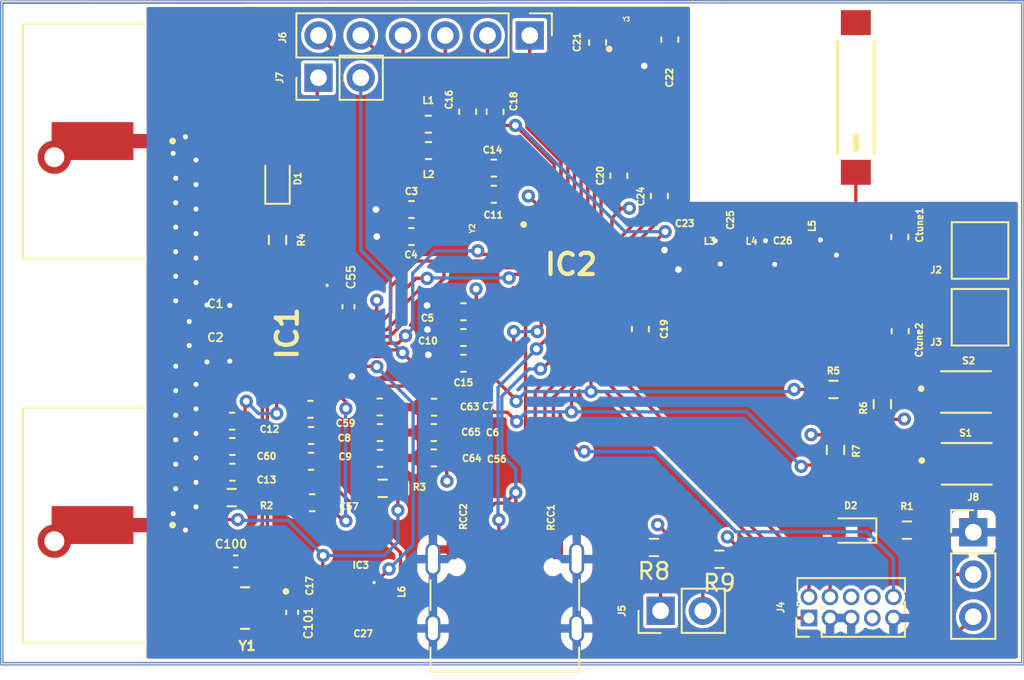
<source format=kicad_pcb>
(kicad_pcb (version 20221018) (generator pcbnew)
  (layers (0 "F.Cu" signal) (1 "In1.Cu" power) (2 "In2.Cu" power) (31 "B.Cu" signal) (34 "B.Paste" user) (35 "F.Paste" user) (36 "B.SilkS" user "B.Silkscreen") (37 "F.SilkS" user "F.Silkscreen") (38 "B.Mask" user) (39 "F.Mask" user) (44 "Edge.Cuts" user))
  (net 0 "")
  (net 1 "Net-(IC1-RF2)")
  (net 2 "Net-(C1-Pad2)")
  (net 3 "Net-(IC1-RF1)")
  (net 4 "Net-(C2-Pad2)")
  (net 5 "GND")
  (net 6 "VDD3")
  (net 7 "Net-(IC1-VDD2B)")
  (net 8 "Net-(IC1-VTX_D)")
  (net 9 "Net-(IC1-VDD2A)")
  (net 10 "XTI")
  (net 11 "XTO")
  (net 12 "IRQ")
  (net 13 "SPIPHA")
  (net 14 "GPIO0")
  (net 15 "GPIO1")
  (net 16 "SPIPOL")
  (net 17 "TXLED")
  (net 18 "EXTPA")
  (net 19 "SYNC")
  (net 20 "EXTON")
  (net 21 "WAKEUP")
  (net 22 "RESET")
  (net 23 "SPICLK")
  (net 24 "SPIMOSI")
  (net 25 "SPIMISO")
  (net 26 "SPICSN")
  (net 27 "Net-(IC2-P0.00{slash}XL1)")
  (net 28 "Net-(IC2-P0.01{slash}XL2)")
  (net 29 "VDD")
  (net 30 "VBUS")
  (net 31 "Net-(IC2-DEC1)")
  (net 32 "Net-(IC2-DECUSB)")
  (net 33 "Net-(IC2-DEC4)")
  (net 34 "Net-(IC2-DEC5)")
  (net 35 "Net-(IC2-XC2)")
  (net 36 "Net-(IC2-XC1)")
  (net 37 "Net-(IC2-ANT)")
  (net 38 "Net-(IC2-DEC3)")
  (net 39 "Net-(C25-Pad1)")
  (net 40 "Net-(IC2-P0.10{slash}NFC2)")
  (net 41 "Net-(IC2-P0.09{slash}NFC1)")
  (net 42 "D+")
  (net 43 "D-")
  (net 44 "Net-(IC2-DCC)")
  (net 45 "Net-(L1-Pad1)")
  (net 46 "Net-(J1-CC1)")
  (net 48 "Net-(J1-CC2)")
  (net 50 "Net-(AE1-Pad1)")
  (net 52 "Net-(C26-Pad2)")
  (net 53 "Net-(IC2-SWDIO)")
  (net 54 "Net-(IC2-SWDCLK)")
  (net 58 "Net-(IC2-P0.18{slash}NRESET)")
  (net 59 "SCL")
  (net 60 "SDA")
  (net 61 "Net-(IC3-LX)")
  (net 62 "Net-(D1-K)")
  (net 63 "RXLED")
  (net 64 "IO6")
  (net 65 "IO5")
  (net 66 "IO4")
  (net 67 "IO3")
  (net 68 "IO2")
  (net 69 "IO1")
  (net 70 "Net-(R5-Pad2)")
  (net 71 "Net-(D2-K)")
  (footprint "TESIS:ANTENNA_UWCCP.01" (layer "F.Cu") (at 100.4075 73.533 90)
    (fp_text reference "E1" hide)
    (fp_text value "UWCCP.01" hide)
  )
  (footprint "Capacitor_SMD:C_0603_1608Metric" (layer "F.Cu") (at 109.347 89.662)
    (fp_text reference "C59")
    (fp_text value "4.7nF" hide)
  )
  (footprint "Capacitor_SMD:C_0201_0603Metric_Pad0.64x0.40mm_HandSolder" (layer "F.Cu") (at 112.4712 102.4382)
    (fp_text reference "C27")
    (fp_text value "4.7uF" hide)
  )
  (footprint "TESIS:XC9290A07E0RG" (layer "F.Cu") (at 112.3736 100.389)
    (fp_text reference "IC3")
    (fp_text value "XC9290B16E0R-G" hide)
  )
  (footprint "TestPoint:TestPoint_Pad_3.0x3.0mm" (layer "F.Cu") (at 149.6038 84.1248)
    (fp_text reference "J3")
    (fp_text value "NFC1" hide)
  )
  (footprint "TESIS:SW_B3U-1000P" (layer "F.Cu") (at 148.766 88.6206)
    (fp_text reference "S2")
    (fp_text value "B3U-1000P" hide)
  )
  (footprint "Capacitor_SMD:C_0603_1608Metric" (layer "F.Cu") (at 113.5256 92.6084 180)
    (fp_text reference "C64")
    (fp_text value "10UF" hide)
  )
  (footprint "Connector_PinHeader_2.54mm:PinHeader_1x06_P2.54mm_Vertical" (layer "F.Cu") (at 122.5296 67.183 -90)
    (fp_text reference "J6")
    (fp_text value "Conn_01x06" hide)
  )
  (footprint "Connector_PinHeader_1.27mm:PinHeader_2x05_P1.27mm_Vertical" (layer "F.Cu") (at 139.319 102.2096 90)
    (fp_text reference "J4")
    (fp_text value "Conn_ARM_JTAG_SWD_10" hide)
  )
  (footprint "Capacitor_SMD:C_0603_1608Metric" (layer "F.Cu") (at 129.1844 84.836 -90)
    (fp_text reference "C19")
    (fp_text value "820pF" hide)
  )
  (footprint "TESIS:DW3220TR13-1" (layer "F.Cu") (at 107.95 85.09 -90)
    (fp_text reference "IC1")
    (fp_text value "DW3220TR13" hide)
  )
  (footprint "Inductor_SMD:L_0603_1608Metric" (layer "F.Cu") (at 116.4463 74.1051 180)
    (fp_text reference "L2")
    (fp_text value "10uH" hide)
  )
  (footprint "Resistor_SMD:R_0603_1608Metric_Pad0.98x0.95mm_HandSolder" (layer "F.Cu") (at 129.9972 97.9678 180)
    (fp_text reference "R8")
    (fp_text value "10K" hide)
  )
  (footprint "Capacitor_SMD:C_0201_0603Metric" (layer "F.Cu") (at 103.632 84.09 180)
    (fp_text reference "C1")
    (fp_text value "2.0pF" hide)
  )
  (footprint "TestPoint:TestPoint_Pad_3.0x3.0mm" (layer "F.Cu") (at 149.606 80.1116)
    (fp_text reference "J2")
    (fp_text value "NFC2" hide)
  )
  (footprint "TESIS:ANTENNA_UWCCP.01" (layer "F.Cu") (at 100.4075 96.6216 90)
    (fp_text reference "E2" hide)
    (fp_text value "UWCCP.01" hide)
  )
  (footprint "Capacitor_SMD:C_0603_1608Metric" (layer "F.Cu") (at 144.78 79.2988 90)
    (fp_text reference "Ctune1")
    (fp_text value "82pF" hide)
  )
  (footprint "Capacitor_SMD:C_0603_1608Metric" (layer "F.Cu") (at 109.3854 91.2368)
    (fp_text reference "C8")
    (fp_text value "100nF" hide)
  )
  (footprint "Inductor_SMD:L_0201_0603Metric" (layer "F.Cu") (at 135.8646 80.2386)
    (fp_text reference "L4")
    (fp_text value "2.2nH" hide)
  )
  (footprint "Resistor_SMD:R_0603_1608Metric_Pad0.98x0.95mm_HandSolder" (layer "F.Cu") (at 107.3658 79.4747 -90)
    (fp_text reference "R4")
    (fp_text value "1K" hide)
  )
  (footprint "Capacitor_SMD:C_0603_1608Metric" (layer "F.Cu") (at 115.4176 79.2734 180)
    (fp_text reference "C4")
    (fp_text value "12pF" hide)
  )
  (footprint "Connector_PinHeader_2.54mm:PinHeader_1x02_P2.54mm_Vertical" (layer "F.Cu") (at 109.8296 69.723 90)
    (fp_text reference "J7")
    (fp_text value "Conn_01x02" hide)
  )
  (footprint "Resistor_SMD:R_0201_0603Metric" (layer "F.Cu") (at 119.3546 96.1898 -90)
    (fp_text reference "RCC2")
    (fp_text value "5.1k" hide)
  )
  (footprint "Capacitor_SMD:C_0603_1608Metric" (layer "F.Cu") (at 116.7768 89.535)
    (fp_text reference "C7")
    (fp_text value "22UF" hide)
  )
  (footprint "Inductor_SMD:L_0201_0603Metric" (layer "F.Cu") (at 139.2682 79.883 -90)
    (fp_text reference "L5")
    (fp_text value "3.9nH" hide)
  )
  (footprint "Connector_PinHeader_2.54mm:PinHeader_1x03_P2.54mm_Vertical" (layer "F.Cu") (at 149.1996 97.0534)
    (fp_text reference "J8")
    (fp_text value "Conn_01x03" hide)
  )
  (footprint "Capacitor_SMD:C_0603_1608Metric" (layer "F.Cu") (at 120.3706 75.1586 180)
    (fp_text reference "C14")
    (fp_text value "1.0uF" hide)
  )
  (footprint "Capacitor_SMD:C_0603_1608Metric" (layer "F.Cu") (at 116.7638 91.059)
    (fp_text reference "C6")
    (fp_text value "100nF" hide)
  )
  (footprint "Capacitor_SMD:C_0603_1608Metric" (layer "F.Cu") (at 120.4468 71.768 90)
    (fp_text reference "C18")
    (fp_text value "47nF" hide)
  )
  (footprint "Capacitor_SMD:C_0402_1005Metric" (layer "F.Cu") (at 108.246 101.8642 90)
    (fp_text reference "C101")
    (fp_text value "3.3pF" hide)
  )
  (footprint "Capacitor_SMD:C_0201_0603Metric_Pad0.64x0.40mm_HandSolder" (layer "F.Cu") (at 134.5946 79.8322 90)
    (fp_text reference "C25")
    (fp_text value "1.2pF" hide)
  )
  (footprint "Capacitor_SMD:C_0603_1608Metric" (layer "F.Cu") (at 109.4486 95.2754 180)
    (fp_text reference "C57")
    (fp_text value "220nF" hide)
  )
  (footprint "Capacitor_SMD:C_0603_1608Metric" (layer "F.Cu") (at 126.6106 67.6088 90)
    (fp_text reference "C21")
    (fp_text value "12pF" hide)
  )
  (footprint "TESIS:WE-MCA_7488910245" (layer "F.Cu") (at 142.1384 70.9126 -90)
    (property "VALUE" "2400-2500 MHz")
    (fp_text reference "AE1" hide)
    (fp_text value "WE-MCA_7488910245" hide)
  )
  (footprint "Capacitor_SMD:C_0402_1005Metric" (layer "F.Cu") (at 111.633 83.4898 -90)
    (fp_text reference "C55")
    (fp_text value "100nF" hide)
  )
  (footprint "Capacitor_SMD:C_0603_1608Metric" (layer "F.Cu") (at 130.954 67.431 90)
    (fp_text reference "C22")
    (fp_text value "12pF" hide)
  )
  (footprint "Capacitor_SMD:C_0603_1608Metric" (layer "F.Cu") (at 118.5418 86.8934 180)
    (fp_text reference "C15")
    (fp_text value "4.7uF" hide)
  )
  (footprint "Resistor_SMD:R_0603_1608Metric_Pad0.98x0.95mm_HandSolder" (layer "F.Cu") (at 145.2099 96.9264)
    (fp_text reference "R1")
    (fp_text value "1K" hide)
  )
  (footprint "LED_SMD:LED_0603_1608Metric" (layer "F.Cu") (at 141.8844 96.9518 180)
    (fp_text reference "D2")
    (fp_text value "LED" hide)
  )
  (footprint "Connector_USB:USB_C_Receptacle_Palconn_UTC16-G" (layer "F.Cu") (at 121.031 100.598)
    (fp_text reference "J1" hide)
    (fp_text value "USB_C_Receptacle_USB2.0" hide)
  )
  (footprint "Resistor_SMD:R_0603_1608Metric_Pad0.98x0.95mm_HandSolder" (layer "F.Cu") (at 143.7332 89.3553 90)
    (fp_text reference "R6")
    (fp_text value "10K" hide)
  )
  (footprint "Capacitor_SMD:C_0603_1608Metric" (layer "F.Cu") (at 109.3828 92.7862)
    (fp_text reference "C9")
    (fp_text value "10UF" hide)
  )
  (footprint "Resistor_SMD:R_0201_0603Metric" (layer "F.Cu") (at 122.7582 96.1644 -90)
    (fp_text reference "RCC1")
    (fp_text value "5.1k" hide)
  )
  (footprint "Connector_PinHeader_2.54mm:PinHeader_1x02_P2.54mm_Vertical" (layer "F.Cu") (at 130.3986 101.7778 90)
    (fp_text reference "J5")
    (fp_text value "Conn_01x02" hide)
  )
  (footprint "Resistor_SMD:R_0603_1608Metric_Pad0.98x0.95mm_HandSolder" (layer "F.Cu") (at 133.9342 98.679 180)
    (fp_text reference "R9")
    (fp_text value "10K" hide)
  )
  (footprint "Capacitor_SMD:C_0603_1608Metric" (layer "F.Cu") (at 118.7958 71.768 90)
    (fp_text reference "C16")
    (fp_text value "1.0uF" hide)
  )
  (footprint "Capacitor_SMD:C_0402_1005Metric" (layer "F.Cu") (at 104.8512 98.806 180)
    (fp_text reference "C100")
    (fp_text value "3.3pF" hide)
  )
  (footprint "Capacitor_SMD:C_0603_1608Metric" (layer "F.Cu") (at 118.5418 85.344 180)
    (fp_text reference "C10")
    (fp_text value "4.7uF" hide)
  )
  (footprint "Resistor_SMD:R_0603_1608Metric_Pad0.98x0.95mm_HandSolder" (layer "F.Cu") (at 104.6096 94.9706 180)
    (fp_text reference "R2")
    (fp_text value "600" hide)
  )
  (footprint "Resistor_SMD:R_0603_1608Metric_Pad0.98x0.95mm_HandSolder" (layer "F.Cu") (at 140.9156 92.1004 -90)
    (fp_text reference "R7")
    (fp_text value "10K" hide)
  )
  (footprint "Capacitor_SMD:C_0603_1608Metric" (layer "F.Cu") (at 113.5152 89.5223 180)
    (fp_text reference "C63")
    (fp_text value "4.7nF" hide)
  )
  (footprint "Capacitor_SMD:C_0603_1608Metric" (layer "F.Cu") (at 130.3274 76.835 90)
    (fp_text reference "C24")
    (fp_text value "100pF" hide)
  )
  (footprint "Capacitor_SMD:C_0603_1608Metric" (layer "F.Cu") (at 104.648 93.4466)
    (fp_text reference "C13")
    (fp_text value "10UF" hide)
  )
  (footprint "Capacitor_SMD:C_0603_1608Metric" (layer "F.Cu") (at 115.4176 77.6478 180)
    (fp_text reference "C3")
    (fp_text value "12pF" hide)
  )
  (footprint "Capacitor_SMD:C_0603_1608Metric" (layer "F.Cu") (at 116.7638 92.583)
    (fp_text reference "C56")
    (fp_text value "2pF" hide)
  )
  (footprint "LED_SMD:LED_0603_1608Metric" (layer "F.Cu") (at 107.3658 75.819 90)
    (fp_text reference "D1")
    (fp_text value "LED" hide)
  )
  (footprint "Capacitor_SMD:C_0603_1608Metric" (layer "F.Cu") (at 104.635 90.3732)
    (fp_text reference "C12")
    (fp_text value "4.7nF" hide)
  )
  (footprint "Capacitor_SMD:C_0201_0603Metric" (layer "F.Cu") (at 103.632 86.09 180)
    (fp_text reference "C2")
    (fp_text value "2.0pF" hide)
  )
  (footprint "Capacitor_SMD:C_0603_1608Metric" (layer "F.Cu") (at 118.5418 83.7946 180)
    (fp_text reference "C5")
    (fp_text value "4.7uF" hide)
  )
  (footprint "Inductor_SMD:L_0603_1608Metric" (layer "F.Cu") (at 116.4336 72.5176)
    (fp_text reference "L1")
    (fp_text value "15nH" hide)
  )
  (footprint "Capacitor_SMD:C_0201_0603Metric_Pad0.64x0.40mm_HandSolder" (layer "F.Cu") (at 131.953 79.8322 90)
    (fp_text reference "C23")
    (fp_text value "1.0pF" hide)
  )
  (footprint "TESIS:XTAL_ECS-384-10-33B-CKY-TR3" (layer "F.Cu") (at 105.417 101.6102 180)
    (fp_text reference "Y1")
    (fp_text value "ECS-384-10-33B-CKY-TR3" hide)
  )
  (footprint "Resistor_SMD:R_0603_1608Metric_Pad0.98x0.95mm_HandSolder" (layer "F.Cu") (at 113.6904 94.4118)
    (fp_text reference "R3")
    (fp_text value "600" hide)
  )
  (footprint "TESIS:XTAL_ECS-.327-9-12R-C-TR" (layer "F.Cu") (at 117.8814 78.4352 90)
    (fp_text reference "Y2")
    (fp_text value "ECS-.327-9-12R-C-TR" hide)
  )
  (footprint "TESIS:SW_B3U-1000P" (layer "F.Cu") (at 148.8014 92.9386)
    (fp_text reference "S1")
    (fp_text value "B3U-1000P" hide)
  )
  (footprint "TESIS:XTAL_ECS-320-8-47-CKM-TR3" (layer "F.Cu") (at 128.8204 67.4564)
    (fp_text reference "Y3")
    (fp_text value "ECS-320-8-47-CKM-TR3" hide)
  )
  (footprint "Capacitor_SMD:C_0603_1608Metric" (layer "F.Cu") (at 127.889 75.6158 90)
    (fp_text reference "C20")
    (fp_text value "100nF" hide)
  )
  (footprint "Resistor_SMD:R_0603_1608Metric_Pad0.98x0.95mm_HandSolder" (layer "F.Cu") (at 140.7886 88.4682)
    (fp_text reference "R5")
    (fp_text value "0" hide)
  )
  (footprint "Capacitor_SMD:C_0603_1608Metric" (layer "F.Cu") (at 113.5256 91.059 180)
    (fp_text reference "C65")
    (fp_text value "100nF" hide)
  )
  (footprint "Capacitor_SMD:C_0603_1608Metric" (layer "F.Cu") (at 144.8054 84.963 -90)
    (fp_text reference "Ctune2")
    (fp_text value "82pF" hide)
  )
  (footprint "Capacitor_SMD:C_0603_1608Metric" (layer "F.Cu") (at 120.3706 76.7334 180)
    (fp_text reference "C11")
    (fp_text value "100nF" hide)
  )
  (footprint "Capacitor_SMD:C_0603_1608Metric" (layer "F.Cu") (at 104.648 91.8972 180)
    (fp_text reference "C60")
    (fp_text value "100nF" hide)
  )
  (footprint "Capacitor_SMD:C_0201_0603Metric_Pad0.64x0.40mm_HandSolder" (layer "F.Cu") (at 110.0836 100.2538 90)
    (fp_text reference "C17")
    (fp_text value "4.7uF" hide)
  )
  (footprint "TESIS:QFN40P500X500X90-41N" (layer "F.Cu") (at 125.0188 80.9498)
    (fp_text reference "IC2")
    (fp_text value "nRF52833-QDAA-R" hide)
  )
  (footprint "Inductor_SMD:L_01005_0402Metric" (layer "F.Cu") (at 114.1476 100.6094 -90)
    (fp_text reference "L6")
    (fp_text value "0.47uH" hide)
  )
  (footprint "Inductor_SMD:L_0201_0603Metric" (layer "F.Cu") (at 133.35 80.2386)
    (fp_text reference "L3")
    (fp_text value "4.7nH" hide)
  )
  (footprint "Capacitor_SMD:C_0201_0603Metric_Pad0.64x0.40mm_HandSolder" (layer "F.Cu") (at 137.7696 80.2386 180)
    (fp_text reference "C26")
    (fp_text value "1.5pF" hide)
  )
  (gr_line (start 90.7796 104.9528) (end 90.7796 65.1764) (stroke (width 0.2)) (layer "F.Cu"))
  (gr_line (start 152.1714 104.9528) (end 90.7796 104.9528) (stroke (width 0.2)) (layer "F.Cu"))
  (gr_line (start 90.7796 65.1764) (end 152.1714 65.151) (stroke (width 0.2)) (layer "F.Cu"))
  (gr_line (start 152.1714 104.9528) (end 152.1714 65.151) (stroke (width 0.2)) (layer "F.Cu"))
  (gr_line (start 90.7796 65.1764) (end 152.1714 65.151) (stroke (width 0.2)) (layer "B.Cu"))
  (gr_line (start 90.7796 104.9528) (end 90.7796 65.1764) (stroke (width 0.2)) (layer "B.Cu"))
  (gr_line (start 152.1714 65.151) (end 152.1714 104.9528) (stroke (width 0.2)) (layer "B.Cu"))
  (gr_line (start 152.1714 104.9528) (end 90.7796 104.9528) (stroke (width 0.2)) (layer "B.Cu"))
  (gr_line (start 152.1714 65.151) (end 90.7796 65.151) (stroke (width 0.1)) (layer "Edge.Cuts"))
  (gr_line (start 90.7796 104.9528) (end 152.1714 104.9528) (stroke (width 0.1)) (layer "Edge.Cuts"))
  (gr_line (start 90.7796 65.151) (end 90.7796 104.9528) (stroke (width 0.1)) (layer "Edge.Cuts"))
  (gr_line (start 152.1714 104.9528) (end 152.1714 65.151) (stroke (width 0.1)) (layer "Edge.Cuts"))
  (segment (start 103.9614 84.0994) (end 105.4406 84.0994) (width 0.2) (layer "F.Cu") (net 1))
  (segment (start 105.4406 84.0994) (end 105.45 84.09) (width 0.2) (layer "F.Cu") (net 1))
  (segment (start 103.952 84.09) (end 103.9614 84.0994) (width 0.172) (layer "F.Cu") (net 1))
  (segment (start 103.312 84.0994) (end 102.6414 84.0994) (width 0.2) (layer "F.Cu") (net 2))
  (segment (start 101.854 74.168) (end 101.219 73.533) (width 0.2) (layer "F.Cu") (net 2))
  (segment (start 101.854 83.312) (end 101.854 74.168) (width 0.2) (layer "F.Cu") (net 2))
  (segment (start 101.219 73.533) (end 99.9085 73.533) (width 0.2) (layer "F.Cu") (net 2))
  (segment (start 102.6414 84.0994) (end 101.854 83.312) (width 0.2) (layer "F.Cu") (net 2))
  (segment (start 105.45 86.09) (end 103.952 86.09) (width 0.2) (layer "F.Cu") (net 3))
  (segment (start 101.2444 96.6216) (end 99.9085 96.6216) (width 0.2) (layer "F.Cu") (net 4))
  (segment (start 101.854 86.868) (end 101.854 96.012) (width 0.2) (layer "F.Cu") (net 4))
  (segment (start 102.6414 86.0806) (end 101.854 86.868) (width 0.2) (layer "F.Cu") (net 4))
  (segment (start 103.312 86.0806) (end 102.6414 86.0806) (width 0.2) (layer "F.Cu") (net 4))
  (segment (start 101.854 96.012) (end 101.2444 96.6216) (width 0.2) (layer "F.Cu") (net 4))
  (segment (start 110.45 83.69) (end 110.45 83.29) (width 0.2) (layer "F.Cu") (net 5))
  (segment (start 108.6736 92.852) (end 108.6078 92.7862) (width 0.2) (layer "F.Cu") (net 5))
  (segment (start 111.6838 101.1418) (end 112.014 101.472) (width 0.2) (layer "F.Cu") (net 5))
  (segment (start 103.873 93.4466) (end 103.873 91.8972) (width 0.2) (layer "F.Cu") (net 5))
  (segment (start 108.218 102.3722) (end 108.246 102.3442) (width 0.2) (layer "F.Cu") (net 5))
  (segment (start 107.423 102.5602) (end 107.611 102.3722) (width 0.2) (layer "F.Cu") (net 5))
  (segment (start 103.873 90.3862) (end 103.86 90.3732) (width 0.2) (layer "F.Cu") (net 5))
  (segment (start 110.0836 100.6613) (end 111.2033 100.6613) (width 0.2) (layer "F.Cu") (net 5))
  (segment (start 108.6736 95.2754) (end 108.6736 92.852) (width 0.2) (layer "F.Cu") (net 5))
  (segment (start 116.4336 86.3854) (end 116.9416 86.8934) (width 0.2) (layer "F.Cu") (net 5))
  (segment (start 112.014 102.3885) (end 112.0637 102.4382) (width 0.2) (layer "F.Cu") (net 5))
  (segment (start 117.7668 85.344) (end 117.7668 83.7946) (width 0.2) (layer "F.Cu") (net 5))
  (segment (start 117.7668 83.7946) (end 116.7384 83.7946) (width 0.2) (layer "F.Cu") (net 5))
  (segment (start 111.2033 100.6613) (end 111.6838 101.1418) (width 0.2) (layer "F.Cu") (net 5))
  (segment (start 104.267 98.9102) (end 104.267 100.6602) (width 0.2) (layer "F.Cu") (net 5))
  (segment (start 127.4688 81.1498) (end 125.2188 81.1498) (width 0.2) (layer "F.Cu") (net 5))
  (segment (start 106.567 102.5602) (end 107.423 102.5602) (width 0.2) (layer "F.Cu") (net 5))
  (segment (start 116.8654 85.344) (end 116.3828 84.8614) (width 0.2) (layer "F.Cu") (net 5))
  (segment (start 107.611 102.3722) (end 108.218 102.3722) (width 0.2) (layer "F.Cu") (net 5))
  (segment (start 111.528 83.29) (end 110.45 83.29) (width 0.2) (layer "F.Cu") (net 5))
  (segment (start 108.572 89.662) (end 108.572 91.1984) (width 0.2) (layer "F.Cu") (net 5))
  (segment (start 107.75 88.827) (end 107.769 88.846) (width 0.2) (layer "F.Cu") (net 5))
  (segment (start 124.4188 78.4998) (end 124.4188 80.3498) (width 0.2) (layer "F.Cu") (net 5))
  (segment (start 107.35 88.427) (end 107.769 88.846) (width 0.2) (layer "F.Cu") (net 5))
  (segment (start 112.1236 100.702) (end 111.6838 101.1418) (width 0.2) (layer "F.Cu") (net 5))
  (segment (start 124.4188 80.3498) (end 125.0188 80.9498) (width 0.2) (layer "F.Cu") (net 5))
  (segment (start 107.769 88.846) (end 108.585 89.662) (width 0.2) (layer "F.Cu") (net 5))
  (segment (start 108.585 89.662) (end 108.867 89.662) (width 0.2) (layer "F.Cu") (net 5))
  (segment (start 108.6078 91.2394) (end 108.6104 91.2368) (width 0.2) (layer "F.Cu") (net 5))
  (segment (start 129.5686 81.1498) (end 127.4688 81.1498) (width 0.2) (layer "F.Cu") (net 5))
  (segment (start 114.6426 77.6478) (end 113.284 77.6478) (width 0.2) (layer "F.Cu") (net 5))
  (segment (start 114.3006 92.6084) (end 114.3006 91.059) (width 0.2) (layer "F.Cu") (net 5))
  (segment (start 112.014 101.472) (end 112.014 102.3885) (width 0.2) (layer "F.Cu") (net 5))
  (segment (start 114.2902 91.0486) (end 114.3006 91.059) (width 0.2) (layer "F.Cu") (net 5))
  (segment (start 114.2902 89.5223) (end 114.2902 91.0486) (width 0.2) (layer "F.Cu") (net 5))
  (segment (start 115.9888 92.583) (end 115.9888 91.059) (width 0.2) (layer "F.Cu") (net 5))
  (segment (start 111.8082 83.0098) (end 111.528 83.29) (width 0.2) (layer "F.Cu") (net 5))
  (segment (start 107.75 87.59) (end 107.75 88.827) (width 0.2) (layer "F.Cu") (net 5))
  (segment (start 116.7384 83.7946) (end 116.3574 83.4136) (width 0.2) (layer "F.Cu") (net 5))
  (segment (start 104.3712 98.806) (end 104.267 98.9102) (width 0.2) (layer "F.Cu") (net 5))
  (segment (start 103.873 91.8972) (end 103.873 90.3862) (width 0.2) (layer "F.Cu") (net 5))
  (segment (start 108.6078 92.7862) (end 108.6078 91.2394) (width 0.2) (layer "F.Cu") (net 5))
  (segment (start 107.35 87.59) (end 107.35 88.427) (width 0.2) (layer "F.Cu") (net 5))
  (segment (start 108.572 91.1984) (end 108.6104 91.2368) (width 0.2) (layer "F.Cu") (net 5))
  (segment (start 125.2188 81.1498) (end 125.0188 80.9498) (width 0.2) (layer "F.Cu") (net 5))
  (segment (start 117.7668 85.344) (end 116.8654 85.344) (width 0.2) (layer "F.Cu") (net 5))
  (segment (start 116.0018 91.046) (end 115.9888 91.059) (width 0.2) (layer "F.Cu") (net 5))
  (segment (start 117.7668 86.8934) (end 117.7668 85.344) (width 0.2) (layer "F.Cu") (net 5))
  (segment (start 116.9416 86.8934) (end 117.7668 86.8934) (width 0.2) (layer "F.Cu") (net 5))
  (segment (start 116.0018 89.535) (end 116.0018 91.046) (width 0.2) (layer "F.Cu") (net 5))
  (segment (start 114.6426 79.2734) (end 113.3348 79.2734) (width 0.2) (layer "F.Cu") (net 5))
  (segment (start 130.6322 80.0862) (end 129.5686 81.1498) (width 0.2) (layer "F.Cu") (net 5))
  (via (at 102.4636 80.5688) (size 0.6) (drill 0.3) (layers "F.Cu" "B.Cu") (net 5))
  (via (at 101.2444 92.964) (size 0.6) (drill 0.3) (layers "F.Cu" "B.Cu") (net 5))
  (via (at 103.124 83.3882) (size 0.6) (drill 0.3) (layers "F.Cu" "B.Cu") (net 5))
  (via (at 116.3574 83.4136) (size 0.8) (drill 0.4) (layers "F.Cu" "B.Cu") (net 5))
  (via (at 101.2444 81.661) (size 0.6) (drill 0.3) (layers "F.Cu" "B.Cu") (net 5))
  (via (at 101.2444 75.7682) (size 0.6) (drill 0.3) (layers "F.Cu" "B.Cu") (net 5))
  (via (at 131.4704 81.2546) (size 0.8) (drill 0.4) (layers "F.Cu" "B.Cu") (net 5))
  (via (at 102.4636 89.6366) (size 0.6) (drill 0.3) (layers "F.Cu" "B.Cu") (net 5))
  (via (at 102.4636 79.0956) (size 0.6) (drill 0.3) (layers "F.Cu" "B.Cu") (net 5))
  (via (at 101.2444 88.5444) (size 0.6) (drill 0.3) (layers "F.Cu" "B.Cu") (net 5))
  (via (at 101.092 95.9358) (size 0.6) (drill 0.3) (layers "F.Cu" "B.Cu") (net 5))
  (via (at 104.4956 83.4136) (size 0.6) (drill 0.3) (layers "F.Cu" "B.Cu") (net 5))
  (via (at 102.4636 82.042) (size 0.6) (drill 0.3) (layers "F.Cu" "B.Cu") (net 5))
  (via (at 101.2444 87.0712) (size 0.6) (drill 0.3) (layers "F.Cu" "B.Cu") (net 5))
  (via (at 136.7028 79.5274) (size 0.6) (drill 0.3) (layers "F.Cu" "B.Cu") (net 5))
  (via (at 102.4636 74.676) (size 0.6) (drill 0.3) (layers "F.Cu" "B.Cu") (net 5))
  (via (at 101.2444 80.1878) (size 0.6) (drill 0.3) (layers "F.Cu" "B.Cu") (net 5))
  (via (at 133.6802 79.5274) (size 0.6) (drill 0.3) (layers "F.Cu" "B.Cu") (net 5))
  (via (at 137.2616 80.9498) (size 0.6) (drill 0.3) (layers "F.Cu" "B.Cu") (net 5))
  (via (at 101.2444 91.4908) (size 0.6) (drill 0.3) (layers "F.Cu" "B.Cu") (net 5))
  (via (at 102.0572 84.3788) (size 0.6) (drill 0.3) (layers "F.Cu" "B.Cu") (net 5))
  (via (at 101.092 74.2696) (size 0.6) (drill 0.3) (layers "F.Cu" "B.Cu") (net 5))
  (via (at 140.0048 79.4766) (size 0.6) (drill 0.3) (layers "F.Cu" "B.Cu") (net 5))
  (via (at 102.4636 77.6224) (size 0.6) (drill 0.3) (layers "F.Cu" "B.Cu") (net 5))
  (via (at 101.2444 78.7146) (size 0.6) (drill 0.3) (layers "F.Cu" "B.Cu") (net 5))
  (via (at 102.4636 94.0562) (size 0.6) (drill 0.3) (layers "F.Cu" "B.Cu") (net 5))
  (via (at 103.124 86.8172) (size 0.6) (drill 0.3) (layers "F.Cu" "B.Cu") (net 5))
  (via (at 101.8286 73.279) (size 0.6) (drill 0.3) (layers "F.Cu" "B.Cu") (net 5))
  (via (at 140.97 80.391) (size 0.6) (drill 0.3) (layers "F.Cu" "B.Cu") (net 5))
  (via (at 133.985 80.9244) (size 0.6) (drill 0.3) (layers "F.Cu" "B.Cu") (net 5))
  (via (at 102.4636 76.1492) (size 0.6) (drill 0.3) (layers "F.Cu" "B.Cu") (net 5))
  (via (at 129.413 69.0118) (size 0.8) (drill 0.4) (layers "F.Cu" "B.Cu") (net 5))
  (via (at 102.4636 88.1634) (size 0.6) (drill 0.3) (layers "F.Cu" "B.Cu") (net 5))
  (via (at 116.4336 86.3854) (size 0.8) (drill 0.4) (layers "F.Cu" "B.Cu") (net 5))
  (via (at 101.8286 96.9264) (size 0.6) (drill 0.3) (layers "F.Cu" "B.Cu") (net 5))
  (via (at 101.2444 83.1342) (size 0.6) (drill 0.3) (layers "F.Cu" "B.Cu") (net 5))
  (via (at 101.2444 77.2414) (size 0.6) (drill 0.3) (layers "F.Cu" "B.Cu") (net 5))
  (via (at 111.8362 87.6808) (size 0.8) (drill 0.4) (layers "F.Cu" "B.Cu") (net 5))
  (via (at 116.3828 84.8614) (size 0.8) (drill 0.4) (layers "F.Cu" "B.Cu") (net 5))
  (via (at 102.4636 91.1098) (size 0.6) (drill 0.3) (layers "F.Cu" "B.Cu") (net 5))
  (via (at 113.284 77.6478) (size 0.8) (drill 0.4) (layers "F.Cu" "B.Cu") (net 5))
  (via (at 104.4956 86.7664) (size 0.6) (drill 0.3) (layers "F.Cu" "B.Cu") (net 5))
  (via (at 102.4636 92.583) (size 0.6) (drill 0.3) (layers "F.Cu" "B.Cu") (net 5))
  (via (at 101.2444 94.4372) (size 0.6) (drill 0.3) (layers "F.Cu" "B.Cu") (net 5))
  (via (at 102.4636 95.5294) (size 0.6) (drill 0.3) (layers "F.Cu" "B.Cu") (net 5))
  (via (at 130.6322 80.0862) (size 0.8) (drill 0.4) (layers "F.Cu" "B.Cu") (net 5))
  (via (at 102.0572 85.8266) (size 0.6) (drill 0.3) (layers "F.Cu" "B.Cu") (net 5))
  (via (at 101.2444 90.0176) (size 0.6) (drill 0.3) (layers "F.Cu" "B.Cu") (net 5))
  (via (at 113.3348 79.2734) (size 0.8) (drill 0.4) (layers "F.Cu" "B.Cu") (net 5))
  (segment (start 108.15 87.59) (end 108.15 88.592) (width 0.2) (layer "F.Cu") (net 6))
  (segment (start 108.585 89.027) (end 109.601 89.027) (width 0.2) (layer "F.Cu") (net 6))
  (segment (start 110.1578 93.6732) (end 114.7572 98.2726) (width 0.2) (layer "F.Cu") (net 6))
  (segment (start 114.7572 100.5586) (end 114.4564 100.8594) (width 0.2) (layer "F.Cu") (net 6))
  (segment (start 113.2462 102.4382) (end 114.0206 102.4382) (width 0.2) (layer "F.Cu") (net 6))
  (segment (start 114.1476 102.3112) (end 114.1476 100.8594) (width 0.2) (layer "F.Cu") (net 6))
  (segment (start 114.7572 98.2726) (end 114.7572 100.5586) (width 0.2) (layer "F.Cu") (net 6))
  (segment (start 110.1578 91.2394) (end 110.1604 91.2368) (width 0.2) (layer "F.Cu") (net 6))
  (segment (start 113.3816 100.8594) (end 114.1476 100.8594) (width 0.2) (layer "F.Cu") (net 6))
  (segment (start 110.1578 92.7862) (end 110.1578 91.2394) (width 0.2) (layer "F.Cu") (net 6))
  (segment (start 110.1578 92.7862) (end 110.1578 93.6732) (width 0.2) (layer "F.Cu") (net 6))
  (segment (start 114.0206 102.4382) (end 114.1476 102.3112) (width 0.2) (layer "F.Cu") (net 6))
  (segment (start 112.6236 100.702) (end 113.2242 100.702) (width 0.2) (layer "F.Cu") (net 6))
  (segment (start 109.629 89.027) (end 109.827 89.225) (width 0.2) (layer "F.Cu") (net 6))
  (segment (start 114.4564 100.8594) (end 114.1476 100.8594) (width 0.2) (layer "F.Cu") (net 6))
  (segment (start 113.2242 100.702) (end 113.3816 100.8594) (width 0.2) (layer "F.Cu") (net 6))
  (segment (start 110.122 89.662) (end 110.122 91.1984) (width 0.2) (layer "F.Cu") (net 6))
  (segment (start 109.827 89.225) (end 109.827 89.662) (width 0.2) (layer "F.Cu") (net 6))
  (segment (start 110.122 91.1984) (end 110.1604 91.2368) (width 0.2) (layer "F.Cu") (net 6))
  (segment (start 109.8264 89.6614) (end 109.827 89.662) (width 0.2) (layer "F.Cu") (net 6))
  (segment (start 108.15 88.592) (end 108.585 89.027) (width 0.2) (layer "F.Cu") (net 6))
  (segment (start 105.41 89.2556) (end 105.4862 89.1794) (width 0.2) (layer "F.Cu") (net 7))
  (segment (start 107.315 89.916) (end 107.315 88.773) (width 0.2) (layer "F.Cu") (net 7))
  (segment (start 105.5221 93.5457) (end 105.423 93.4466) (width 0.2) (layer "F.Cu") (net 7))
  (segment (start 105.5221 94.9706) (end 105.5221 93.5457) (width 0.2) (layer "F.Cu") (net 7))
  (segment (start 105.41 90.3732) (end 105.41 89.2556) (width 0.2) (layer "F.Cu") (net 7))
  (segment (start 105.41 90.3732) (end 105.41 91.4146) (width 0.2) (layer "F.Cu") (net 7))
  (segment (start 105.423 93.4466) (end 105.423 91.4276) (width 0.2) (layer "F.Cu") (net 7))
  (segment (start 105.41 91.4146) (end 105.41 91.8842) (width 0.2) (layer "F.Cu") (net 7))
  (segment (start 105.41 91.8842) (end 105.423 91.8972) (width 0.2) (layer "F.Cu") (net 7))
  (segment (start 106.95 88.408) (end 106.95 87.59) (width 0.2) (layer "F.Cu") (net 7))
  (segment (start 107.315 88.773) (end 106.95 88.408) (width 0.2) (layer "F.Cu") (net 7))
  (segment (start 105.423 91.4276) (end 105.41 91.4146) (width 0.2) (layer "F.Cu") (net 7))
  (via (at 105.4862 89.1794) (size 0.8) (drill 0.4) (layers "F.Cu" "B.Cu") (net 7))
  (via (at 107.315 89.916) (size 0.8) (drill 0.4) (layers "F.Cu" "B.Cu") (net 7))
  (segment (start 105.4862 89.1794) (end 106.2228 89.916) (width 0.2) (layer "B.Cu") (net 7))
  (segment (start 106.2228 89.916) (end 107.315 89.916) (width 0.2) (layer "B.Cu") (net 7))
  (segment (start 108.55 88.484) (end 108.55 87.59) (width 0.2) (layer "F.Cu") (net 8))
  (segment (start 111.4806 96.3676) (end 111.3158 96.3676) (width 0.2) (layer "F.Cu") (net 8))
  (segment (start 111.4806 89.6112) (end 111.4806 89.2302) (width 0.2) (layer "F.Cu") (net 8))
  (segment (start 111.0234 88.773) (end 108.839 88.773) (width 0.2) (layer "F.Cu") (net 8))
  (segment (start 111.3158 96.3676) (end 110.2236 95.2754) (width 0.2) (layer "F.Cu") (net 8))
  (segment (start 111.4806 89.2302) (end 111.0234 88.773) (width 0.2) (layer "F.Cu") (net 8))
  (segment (start 108.839 88.773) (end 108.55 88.484) (width 0.2) (layer "F.Cu") (net 8))
  (via (at 111.4806 89.6112) (size 0.8) (drill 0.4) (layers "F.Cu" "B.Cu") (net 8))
  (via (at 111.4806 96.3676) (size 0.8) (drill 0.4) (layers "F.Cu" "B.Cu") (net 8))
  (segment (start 111.4552 96.3422) (end 111.4552 89.6366) (width 0.2) (layer "B.Cu") (net 8))
  (segment (start 111.4552 89.6366) (end 111.4806 89.6112) (width 0.2) (layer "B.Cu") (net 8))
  (segment (start 111.4806 96.3676) (end 111.4552 96.3422) (width 0.2) (layer "B.Cu") (net 8))
  (segment (start 112.7779 94.4118) (end 112.7779 92.6357) (width 0.2) (layer "F.Cu") (net 9))
  (segment (start 112.7402 88.915) (end 112.7402 89.5223) (width 0.2) (layer "F.Cu") (net 9))
  (segment (start 109.22 88.519) (end 112.3442 88.519) (width 0.2) (layer "F.Cu") (net 9))
  (segment (start 112.7779 92.6357) (end 112.7506 92.6084) (width 0.2) (layer "F.Cu") (net 9))
  (segment (start 108.95 87.59) (end 108.95 88.249) (width 0.2) (layer "F.Cu") (net 9))
  (segment (start 112.7506 92.6084) (end 112.7506 91.059) (width 0.2) (layer "F.Cu") (net 9))
  (segment (start 112.3442 88.519) (end 112.7402 88.915) (width 0.2) (layer "F.Cu") (net 9))
  (segment (start 112.7402 90.5383) (end 112.7402 89.5223) (width 0.2) (layer "F.Cu") (net 9))
  (segment (start 108.95 88.249) (end 109.22 88.519) (width 0.2) (layer "F.Cu") (net 9))
  (segment (start 106.4514 88.6714) (end 106.15 88.37) (width 0.2) (layer "F.Cu") (net 10))
  (segment (start 104.267 102.5602) (end 105.01 102.5602) (width 0.2) (layer "F.Cu") (net 10))
  (segment (start 105.325 102.2452) (end 105.325 98.8122) (width 0.2) (layer "F.Cu") (net 10))
  (segment (start 105.3312 98.806) (end 105.3312 97.7164) (width 0.2) (layer "F.Cu") (net 10))
  (segment (start 106.15 88.37) (end 106.15 87.59) (width 0.2) (layer "F.Cu") (net 10))
  (segment (start 106.4514 96.5962) (end 106.4514 88.6714) (width 0.2) (layer "F.Cu") (net 10))
  (segment (start 105.01 102.5602) (end 105.325 102.2452) (width 0.2) (layer "F.Cu") (net 10))
  (segment (start 105.3312 97.7164) (end 106.4514 96.5962) (width 0.2) (layer "F.Cu") (net 10))
  (segment (start 105.325 98.8122) (end 105.3312 98.806) (width 0.2) (layer "F.Cu") (net 10))
  (segment (start 108.246 100.9752) (end 108.246 101.3842) (width 0.2) (layer "F.Cu") (net 11))
  (segment (start 106.567 100.6602) (end 107.931 100.6602) (width 0.2) (layer "F.Cu") (net 11))
  (segment (start 106.55 87.59) (end 106.55 88.389) (width 0.2) (layer "F.Cu") (net 11))
  (segment (start 106.7562 88.5952) (end 106.7562 98.3996) (width 0.2) (layer "F.Cu") (net 11))
  (segment (start 106.567 98.5888) (end 106.567 100.6602) (width 0.2) (layer "F.Cu") (net 11))
  (segment (start 107.931 100.6602) (end 108.246 100.9752) (width 0.2) (layer "F.Cu") (net 11))
  (segment (start 106.55 88.389) (end 106.7562 88.5952) (width 0.2) (layer "F.Cu") (net 11))
  (segment (start 106.7562 98.3996) (end 106.567 98.5888) (width 0.2) (layer "F.Cu") (net 11))
  (segment (start 109.75 69.8026) (end 109.8296 69.723) (width 0.2) (layer "F.Cu") (net 12))
  (segment (start 109.75 82.64) (end 109.75 69.8026) (width 0.2) (layer "F.Cu") (net 12))
  (segment (start 107.35 80.403) (end 107.3658 80.3872) (width 0.2) (layer "F.Cu") (net 17))
  (segment (start 107.35 82.59) (end 107.35 80.403) (width 0.2) (layer "F.Cu") (net 17))
  (segment (start 113.3094 87.0712) (end 111.2266 87.0712) (width 0.2) (layer "F.Cu") (net 20))
  (segment (start 111.0454 86.89) (end 110.45 86.89) (width 0.2) (layer "F.Cu") (net 20))
  (segment (start 113.3348 87.0966) (end 113.3094 87.0712) (width 0.2) (layer "F.Cu") (net 20))
  (segment (start 112.6236 100.076) (end 113.2586 100.076) (width 0.2) (layer "F.Cu") (net 20))
  (segment (start 111.2266 87.0712) (end 111.0454 86.89) (width 0.2) (layer "F.Cu") (net 20))
  (segment (start 113.2586 100.076) (end 114.0714 99.2632) (width 0.2) (layer "F.Cu") (net 20))
  (via (at 114.0714 99.2632) (size 0.8) (drill 0.4) (layers "F.Cu" "B.Cu") (net 20))
  (via (at 113.3348 87.0966) (size 0.8) (drill 0.4) (layers "F.Cu" "B.Cu") (net 20))
  (segment (start 115.5192 89.3064) (end 115.5192 97.8154) (width 0.2) (layer "B.Cu") (net 20))
  (segment (start 113.3348 87.0966) (end 113.3348 87.122) (width 0.2) (layer "B.Cu") (net 20))
  (segment (start 113.3348 87.122) (end 115.5192 89.3064) (width 0.2) (layer "B.Cu") (net 20))
  (segment (start 115.5192 97.8154) (end 114.0714 99.2632) (width 0.2) (layer "B.Cu") (net 20))
  (segment (start 140.9156 93.0129) (end 140.9175 93.0148) (width 0.2) (layer "F.Cu") (net 21))
  (segment (start 125.0442 88.4428) (end 125.6188 87.8682) (width 0.2) (layer "F.Cu") (net 21))
  (segment (start 140.9156 93.1145) (end 140.9156 93.0129) (width 0.2) (layer "F.Cu") (net 21))
  (segment (start 125.0442 89.8144) (end 125.0442 88.4428) (width 0.2) (layer "F.Cu") (net 21))
  (segment (start 113.922 86.49) (end 110.45 86.49) (width 0.2) (layer "F.Cu") (net 21))
  (segment (start 118.5418 87.9856) (end 115.4176 87.9856) (width 0.2) (layer "F.Cu") (net 21))
  (segment (start 147.0252 93.0148) (end 147.1014 92.9386) (width 0.2) (layer "F.Cu") (net 21))
  (segment (start 125.6188 87.8682) (end 125.6188 83.3998) (width 0.2) (layer "F.Cu") (net 21))
  (segment (start 121.1834 89.8398) (end 120.396 89.8398) (width 0.2) (layer "F.Cu") (net 21))
  (segment (start 115.4176 87.9856) (end 113.922 86.49) (width 0.2) (layer "F.Cu") (net 21))
  (segment (start 140.9175 93.0148) (end 147.0252 93.0148) (width 0.2) (layer "F.Cu") (net 21))
  (segment (start 138.9363 93.0129) (end 138.8582 93.091) (width 0.2) (layer "F.Cu") (net 21))
  (segment (start 120.396 89.8398) (end 118.5418 87.9856) (width 0.2) (layer "F.Cu") (net 21))
  (segment (start 121.7422 90.3986) (end 121.1834 89.8398) (width 0.2) (layer "F.Cu") (net 21))
  (segment (start 140.9156 93.0129) (end 138.9363 93.0129) (width 0.2) (layer "F.Cu") (net 21))
  (via (at 138.8582 93.091) (size 0.8) (drill 0.4) (layers "F.Cu" "B.Cu") (net 21))
  (via (at 121.7422 90.3986) (size 0.8) (drill 0.4) (layers "F.Cu" "B.Cu") (net 21))
  (via (at 125.0442 89.8144) (size 0.8) (drill 0.4) (layers "F.Cu" "B.Cu") (net 21))
  (segment (start 125.0442 89.8144) (end 135.5816 89.8144) (width 0.2) (layer "B.Cu") (net 21))
  (segment (start 122.3264 89.8144) (end 121.7422 90.3986) (width 0.2) (layer "B.Cu") (net 21))
  (segment (start 125.0442 89.8144) (end 122.3264 89.8144) (width 0.2) (layer "B.Cu") (net 21))
  (segment (start 135.5816 89.8144) (end 138.8582 93.091) (width 0.2) (layer "B.Cu") (net 21))
  (segment (start 121.7168 89.1032) (end 120.3198 87.7062) (width 0.2) (layer "F.Cu") (net 22))
  (segment (start 137.5664 101.473) (end 138.303 102.2096) (width 0.2) (layer "F.Cu") (net 22))
  (segment (start 121.7168 89.1794) (end 121.7168 89.1032) (width 0.2) (layer "F.Cu") (net 22))
  (segment (start 116.332 87.7062) (end 114.7158 86.09) (width 0.2) (layer "F.Cu") (net 22))
  (segment (start 120.3198 87.7062) (end 116.332 87.7062) (width 0.2) (layer "F.Cu") (net 22))
  (segment (start 126.2126 88.5952) (end 127.0762 88.5952) (width 0.2) (layer "F.Cu") (net 22))
  (segment (start 126.0188 83.3998) (end 126.0188 85.1248) (width 0.2) (layer "F.Cu") (net 22))
  (segment (start 138.303 102.2096) (end 139.319 102.2096) (width 0.2) (layer "F.Cu") (net 22))
  (segment (start 137.5664 99.0854) (end 137.5664 101.473) (width 0.2) (layer "F.Cu") (net 22))
  (segment (start 127.0762 88.5952) (end 137.5664 99.0854) (width 0.2) (layer "F.Cu") (net 22))
  (segment (start 126.0188 85.1248) (end 126.2126 85.3186) (width 0.2) (layer "F.Cu") (net 22))
  (segment (start 138.43 88.4682) (end 139.8761 88.4682) (width 0.2) (layer "F.Cu") (net 22))
  (segment (start 126.2126 85.3186) (end 126.2126 88.5952) (width 0.2) (layer "F.Cu") (net 22))
  (segment (start 114.7158 86.09) (end 110.45 86.09) (width 0.2) (layer "F.Cu") (net 22))
  (via (at 126.2126 88.5952) (size 0.8) (drill 0.4) (layers "F.Cu" "B.Cu") (net 22))
  (via (at 138.43 88.4682) (size 0.8) (drill 0.4) (layers "F.Cu" "B.Cu") (net 22))
  (via (at 121.7168 89.1794) (size 0.8) (drill 0.4) (layers "F.Cu" "B.Cu") (net 22))
  (via (at 114.8842 86.2584) (size 0.8) (drill 0.4) (layers "F.Cu" "B.Cu") (net 22))
  (segment (start 112.3696 80.0862) (end 112.3696 69.723) (width 0.2) (layer "B.Cu") (net 22))
  (segment (start 122.301 88.5952) (end 138.303 88.5952) (width 0.2) (layer "B.Cu") (net 22))
  (segment (start 121.7168 89.1794) (end 122.301 88.5952) (width 0.2) (layer "B.Cu") (net 22))
  (segment (start 114.8842 86.2584) (end 114.1476 85.5218) (width 0.2) (layer "B.Cu") (net 22))
  (segment (start 114.1476 85.5218) (end 114.1476 81.8642) (width 0.2) (layer "B.Cu") (net 22))
  (segment (start 114.1476 81.8642) (end 112.3696 80.0862) (width 0.2) (layer "B.Cu") (net 22))
  (segment (start 138.303 88.5952) (end 138.43 88.4682) (width 0.2) (layer "B.Cu") (net 22))
  (segment (start 122.5688 80.3498) (end 119.6182 80.3498) (width 0.2) (layer "F.Cu") (net 23))
  (segment (start 115.062 85.2424) (end 115.1636 85.344) (width 0.2) (layer "F.Cu") (net 23))
  (segment (start 119.6182 80.3498) (end 119.4054 80.137) (width 0.2) (layer "F.Cu") (net 23))
  (segment (start 114.6144 85.69) (end 110.45 85.69) (width 0.2) (layer "F.Cu") (net 23))
  (segment (start 115.062 85.2424) (end 114.6144 85.69) (width 0.2) (layer "F.Cu") (net 23))
  (via (at 119.4054 80.137) (size 0.8) (drill 0.4) (layers "F.Cu" "B.Cu") (net 23))
  (via (at 115.062 85.2424) (size 0.8) (drill 0.4) (layers "F.Cu" "B.Cu") (net 23))
  (segment (start 115.062 85.2424) (end 115.4938 84.8106) (width 0.2) (layer "B.Cu") (net 23))
  (segment (start 115.4938 84.8106) (end 115.4938 81.4832) (width 0.2) (layer "B.Cu") (net 23))
  (segment (start 116.84 80.137) (end 119.4054 80.137) (width 0.2) (layer "B.Cu") (net 23))
  (segment (start 115.4938 81.4832) (end 116.84 80.137) (width 0.2) (layer "B.Cu") (net 23))
  (segment (start 110.45 85.29) (end 114.1 85.29) (width 0.2) (layer "F.Cu") (net 24))
  (segment (start 117.3734 81.788) (end 117.3734 81.3816) (width 0.2) (layer "F.Cu") (net 24))
  (segment (start 115.0874 83.2612) (end 115.8748 82.4738) (width 0.2) (layer "F.Cu") (net 24))
  (segment (start 115.0874 84.3026) (end 115.0874 83.2612) (width 0.2) (layer "F.Cu") (net 24))
  (segment (start 114.1 85.29) (end 115.0874 84.3026) (width 0.2) (layer "F.Cu") (net 24))
  (segment (start 116.6876 82.4738) (end 117.3734 81.788) (width 0.2) (layer "F.Cu") (net 24))
  (segment (start 117.6052 81.1498) (end 122.5688 81.1498) (width 0.2) (layer "F.Cu") (net 24))
  (segment (start 117.3734 81.3816) (end 117.6052 81.1498) (width 0.2) (layer "F.Cu") (net 24))
  (segment (start 115.8748 82.4738) (end 116.6876 82.4738) (width 0.2) (layer "F.Cu") (net 24))
  (segment (start 116.3574 81.788) (end 116.332 81.8134) (width 0.2) (layer "F.Cu") (net 25))
  (segment (start 122.5688 81.5498) (end 121.4978 81.5498) (width 0.2) (layer "F.Cu") (net 25))
  (segment (start 113.9158 84.89) (end 114.5794 84.2264) (width 0.2) (layer "F.Cu") (net 25))
  (segment (start 115.697 81.788) (end 116.3574 81.788) (width 0.2) (layer "F.Cu") (net 25))
  (segment (start 113.9158 84.89) (end 110.45 84.89) (width 0.2) (layer "F.Cu") (net 25))
  (segment (start 121.4978 81.5498) (end 121.285 81.7626) (width 0.2) (layer "F.Cu") (net 25))
  (segment (start 114.5794 82.9056) (end 115.697 81.788) (width 0.2) (layer "F.Cu") (net 25))
  (segment (start 114.5794 84.2264) (end 114.5794 82.9056) (width 0.2) (layer "F.Cu") (net 25))
  (via (at 116.3574 81.788) (size 0.8) (drill 0.4) (layers "F.Cu" "B.Cu") (net 25))
  (via (at 121.285 81.7626) (size 0.8) (drill 0.4) (layers "F.Cu" "B.Cu") (net 25))
  (segment (start 116.3574 81.788) (end 116.3828 81.7626) (width 0.2) (layer "B.Cu") (net 25))
  (segment (start 116.3828 81.7626) (end 121.285 81.7626) (width 0.2) (layer "B.Cu") (net 25))
  (segment (start 117.3924 80.7466) (end 117.2718 80.7466) (width 0.2) (layer "F.Cu") (net 26))
  (segment (start 113.5284 84.49) (end 114.173 83.8454) (width 0.2) (layer "F.Cu") (net 26))
  (segment (start 114.173 82.2706) (end 115.6938 80.7498) (width 0.2) (layer "F.Cu") (net 26))
  (segment (start 113.5284 84.49) (end 110.45 84.49) (width 0.2) (layer "F.Cu") (net 26))
  (segment (start 117.3956 80.7498) (end 117.3924 80.7466) (width 0.2) (layer "F.Cu") (net 26))
  (segment (start 122.5688 80.7498) (end 117.3956 80.7498) (width 0.2) (layer "F.Cu") (net 26))
  (segment (start 115.6938 80.7498) (end 117.3956 80.7498) (width 0.2) (layer "F.Cu") (net 26))
  (segment (start 114.173 83.8454) (end 114.173 82.2706) (width 0.2) (layer "F.Cu") (net 26))
  (segment (start 117.8814 77.7352) (end 118.807 77.7352) (width 0.2) (layer "F.Cu") (net 27))
  (segment (start 116.1926 77.6478) (end 117.794 77.6478) (width 0.2) (layer "F.Cu") (net 27))
  (segment (start 120.6216 79.5498) (end 122.5688 79.5498) (width 0.2) (layer "F.Cu") (net 27))
  (segment (start 117.794 77.6478) (end 117.8814 77.7352) (width 0.2) (layer "F.Cu") (net 27))
  (segment (start 118.807 77.7352) (end 120.6216 79.5498) (width 0.2) (layer "F.Cu") (net 27))
  (segment (start 120.2342 79.9498) (end 122.5688 79.9498) (width 0.2) (layer "F.Cu") (net 28))
  (segment (start 119.4196 79.1352) (end 120.2342 79.9498) (width 0.2) (layer "F.Cu") (net 28))
  (segment (start 117.8814 79.1352) (end 119.4196 79.1352) (width 0.2) (layer "F.Cu") (net 28))
  (segment (start 117.7432 79.2734) (end 117.8814 79.1352) (width 0.2) (layer "F.Cu") (net 28))
  (segment (start 116.1926 79.2734) (end 117.7432 79.2734) (width 0.2) (layer "F.Cu") (net 28))
  (segment (start 127.4688 78.1696) (end 127.8382 77.8002) (width 0.2) (layer "F.Cu") (net 29))
  (segment (start 119.3168 83.7946) (end 120.0912 83.7946) (width 0.2) (layer "F.Cu") (net 29))
  (segment (start 114.6029 95.7307) (end 114.6048 95.7326) (width 0.2) (layer "F.Cu") (net 29))
  (segment (start 109.35 87.59) (end 109.35 88.141) (width 0.2) (layer "F.Cu") (net 29))
  (segment (start 140.9156 91.1879) (end 139.4479 91.1879) (width 0.2) (layer "F.Cu") (net 29))
  (segment (start 120.0912 83.7946) (end 121.536 82.3498) (width 0.2) (layer "F.Cu") (net 29))
  (segment (start 123.2188 76.3812) (end 123.2188 77.6224) (width 0.2) (layer "F.Cu") (net 29))
  (segment (start 121.9962 75.1586) (end 123.2188 76.3812) (width 0.2) (layer "F.Cu") (net 29))
  (segment (start 122.5688 82.3498) (end 122.5688 81.9498) (width 0.2) (layer "F.Cu") (net 29))
  (segment (start 147.1168 99.5934) (end 146.1224 98.599) (width 0.2) (layer "F.Cu") (net 29))
  (segment (start 143.7332 90.2678) (end 142.8788 90.2678) (width 0.2) (layer "F.Cu") (net 29))
  (segment (start 127.889 77.7494) (end 127.889 76.8604) (width 0.2) (layer "F.Cu") (net 29))
  (segment (start 123.2188 77.6224) (end 123.2188 78.4998) (width 0.2) (layer "F.Cu") (net 29))
  (segment (start 127.8382 77.8002) (end 127.889 77.7494) (width 0.2) (layer "F.Cu") (net 29))
  (segment (start 117.5388 93.9676) (end 117.5512 93.98) (width 0.2) (layer "F.Cu") (net 29))
  (segment (start 121.1456 75.1586) (end 121.9962 75.1586) (width 0.2) (layer "F.Cu") (net 29))
  (segment (start 103.6971 94.9706) (end 103.6971 95.8485) (width 0.2) (layer "F.Cu") (net 29))
  (segment (start 113.3348 83.6676) (end 113.3348 83.1088) (width 0.2) (layer "F.Cu") (net 29))
  (segment (start 121.536 82.3498) (end 122.5688 82.3498) (width 0.2) (layer "F.Cu") (net 29))
  (segment (start 139.4479 91.1879) (end 139.446 91.186) (width 0.2) (layer "F.Cu") (net 29))
  (segment (start 112.1918 83.9952) (end 113.0072 83.9952) (width 0.2) (layer "F.Cu") (net 29))
  (segment (start 141.9587 91.1879) (end 140.9156 91.1879) (width 0.2) (layer "F.Cu") (net 29))
  (segment (start 149.1996 99.5934) (end 147.1168 99.5934) (width 0.2) (layer "F.Cu") (net 29))
  (segment (start 146.1224 98.599) (end 146.1224 96.9264) (width 0.2) (layer "F.Cu") (net 29))
  (segment (start 109.474 88.265) (end 116.6876 88.265) (width 0.2) (layer "F.Cu") (net 29))
  (segment (start 110.0836 98.4758) (end 110.109 98.4504) (width 0.2) (layer "F.Cu") (net 29))
  (segment (start 143.7332 90.2678) (end 145.0324 90.2678) (width 0.2) (layer "F.Cu") (net 29))
  (segment (start 134.8467 97.7627) (end 134.4168 97.3328) (width 0.2) (layer "F.Cu") (net 29))
  (segment (start 113.0072 83.9952) (end 113.3348 83.6676) (width 0.2) (layer "F.Cu") (net 29))
  (segment (start 110.0836 99.8463) (end 110.0836 98.4758) (width 0.2) (layer "F.Cu") (net 29))
  (segment (start 123.2188 77.6224) (end 123.2188 77.6004) (width 0.2) (layer "F.Cu") (net 29))
  (segment (start 134.8467 98.679) (end 134.8467 97.7627) (width 0.2) (layer "F.Cu") (net 29))
  (segment (start 110.45 84.09) (end 112.097 84.09) (width 0.2) (layer "F.Cu") (net 29))
  (segment (start 128.0668 77.5716) (end 127.8382 77.8002) (width 0.2) (layer "F.Cu") (net 29))
  (segment (start 130.9097 97.2801) (end 130.2258 96.5962) (width 0.2) (layer "F.Cu") (net 29))
  (segment (start 123.2188 77.6004) (end 122.4534 76.835) (width 0.2) (layer "F.Cu") (net 29))
  (segment (start 119.3168 82.436) (end 119.3038 82.423) (width 0.2) (layer "F.Cu") (net 29))
  (segment (start 119.3168 83.7946) (end 119.3168 82.436) (width 0.2) (layer "F.Cu") (net 29))
  (segment (start 127.4688 79.1498) (end 127.4688 78.1696) (width 0.2) (layer "F.Cu") (net 29))
  (segment (start 145.0324 90.2678) (end 145.054 90.2462) (width 0.2) (layer "F.Cu") (net 29))
  (segment (start 117.5388 91.059) (end 117.5388 89.548) (width 0.2) (layer "F.Cu") (net 29))
  (segment (start 117.4242 89.0016) (end 117.4242 89.4074) (width 0.2) (layer "F.Cu") (net 29))
  (segment (start 117.5388 92.583) (end 117.5388 93.9676) (width 0.2) (layer "F.Cu") (net 29))
  (segment (start 111.8939 99.8463) (end 112.1236 100.076) (width 0.2) (layer "F.Cu") (net 29))
  (segment (start 117.5388 89.548) (end 117.5518 89.535) (width 0.2) (layer "F.Cu") (net 29))
  (segment (start 130.9097 97.9678) (end 130.9097 97.2801) (width 0.2) (layer "F.Cu") (net 29))
  (segment (start 116.6876 88.265) (end 117.4242 89.0016) (width 0.2) (layer "F.Cu") (net 29))
  (segment (start 103.6971 95.8485) (end 104.14 96.2914) (width 0.2) (layer "F.Cu") (net 29))
  (segment (start 128.524 77.5716) (end 128.0668 77.5716) (width 0.2) (layer "F.Cu") (net 29))
  (segment (start 142.8788 90.2678) (end 141.9587 91.1879) (width 0.2) (layer "F.Cu") (net 29))
  (segment (start 109.35 88.141) (end 109.474 88.265) (width 0.2) (layer "F.Cu") (net 29))
  (segment (start 114.6029 94.4118) (end 114.6029 95.7307) (width 0.2) (layer "F.Cu") (net 29))
  (segment (start 117.4242 89.4074) (end 117.5518 89.535) (width 0.2) (layer "F.Cu") (net 29))
  (segment (start 117.5388 91.059) (end 117.5388 92.583) (width 0.2) (layer "F.Cu") (net 29))
  (segment (start 104.14 96.2914) (end 104.9782 96.2914) (width 0.2) (layer "F.Cu") (net 29))
  (segment (start 110.0836 99.8463) (end 111.8939 99.8463) (width 0.2) (layer "F.Cu") (net 29))
  (segment (start 112.097 84.09) (end 112.1918 83.9952) (width 0.2) (layer "F.Cu") (net 29))
  (via (at 110.109 98.4504) (size 0.8) (drill 0.4) (layers "F.Cu" "B.Cu") (net 29))
  (via (at 134.4168 97.3328) (size 0.8) (drill 0.4) (layers "F.Cu" "B.Cu") (net 29))
  (via (at 104.9782 96.2914) (size 0.8) (drill 0.4) (layers "F.Cu" "B.Cu") (net 29))
  (via (at 130.2258 96.5962) (size 0.8) (drill 0.4) (layers "F.Cu" "B.Cu") (net 29))
  (via (at 117.5512 93.98) (size 0.8) (drill 0.4) (layers "F.Cu" "B.Cu") (net 29))
  (via (at 122.4534 76.835) (size 0.8) (drill 0.4) (layers "F.Cu" "B.Cu") (net 29))
  (via (at 113.3348 83.1088) (size 0.8) (drill 0.4) (layers "F.Cu" "B.Cu") (net 29))
  (via (at 139.446 91.186) (size 0.8) (drill 0.4) (layers "F.Cu" "B.Cu") (net 29))
  (via (at 145.054 90.2462) (size 0.8) (drill 0.4) (layers "F.Cu" "B.Cu") (net 29))
  (via (at 114.6048 95.7326) (size 0.8) (drill 0.4) (layers "F.Cu" "B.Cu") (net 29))
  (via (at 119.3038 82.423) (size 0.8) (drill 0.4) (layers "F.Cu" "B.Cu") (net 29))
  (via (at 128.524 77.5716) (size 0.8) (drill 0.4) (layers "F.Cu" "B.Cu") (net 29))
  (segment (start 105.029 96.3422) (end 104.9782 96.2914) (width 0.2) (layer "B.Cu") (net 29))
  (segment (start 110.109 98.4504) (end 108.0008 96.3422) (width 0.2) (layer "B.Cu") (net 29))
  (segment (start 108.0008 96.3422) (end 105.029 96.3422) (width 0.2) (layer "B.Cu") (net 29))
  (segment (start 113.792 98.4504) (end 114.6048 97.6376) (width 0.2) (layer "B.Cu") (net 29))
  (segment (start 114.6048 97.6376) (end 114.6048 95.7326) (width 0.2) (layer "B.Cu") (net 29))
  (segment (start 110.109 98.4504) (end 113.792 98.4504) (width 0.2) (layer "B.Cu") (net 29))
  (segment (start 127.7112 97.6884) (end 123.431 93.4082) (width 0.2) (layer "F.Cu") (net 30))
  (segment (start 127.7112 103.2764) (end 127.7112 97.6884) (width 0.2) (layer "F.Cu") (net 30))
  (segment (start 118.631 98.6666) (end 119.8118 99.8474) (width 0.2) (layer "F.Cu") (net 30))
  (segment (start 118.631 98.088) (end 118.631 98.6666) (width 0.2) (layer "F.Cu") (net 30))
  (segment (start 120.777 84.1502) (end 122.1774 82.7498) (width 0.2) (layer "F.Cu") (net 30))
  (segment (start 123.431 98.718761) (end 123.431 98.088) (width 0.2) (layer "F.Cu") (net 30))
  (segment (start 122.302361 99.8474) (end 123.431 98.718761) (width 0.2) (layer "F.Cu") (net 30))
  (segment (start 122.2756 83.043) (end 122.2756 92.2528) (width 0.2) (layer "F.Cu") (net 30))
  (segment (start 122.2756 92.2528) (end 123.431 93.4082) (width 0.2) (layer "F.Cu") (net 30))
  (segment (start 128.5494 104.1146) (end 127.7112 103.2764) (width 0.2) (layer "F.Cu") (net 30))
  (segment (start 119.3168 85.344) (end 120.4214 85.344) (width 0.2) (layer "F.Cu") (net 30))
  (segment (start 122.1774 82.7498) (end 122.5688 82.7498) (width 0.2) (layer "F.Cu") (net 30))
  (segment (start 123.431 93.4082) (end 123.431 93.6244) (width 0.2) (layer "F.Cu") (net 30))
  (segment (start 122.5688 82.7498) (end 122.2756 83.043) (width 0.2) (layer "F.Cu") (net 30))
  (segment (start 149.1996 102.1334) (end 147.2184 104.1146) (width 0.2) (layer "F.Cu") (net 30))
  (segment (start 120.4214 85.344) (end 120.777 84.9884) (width 0.2) (layer "F.Cu") (net 30))
  (segment (start 119.8118 99.8474) (end 122.302361 99.8474) (width 0.2) (layer "F.Cu") (net 30))
  (segment (start 123.431 93.5358) (end 123.431 98.088) (width 0.2) (layer "F.Cu") (net 30))
  (segment (start 120.777 84.9884) (end 120.777 84.1502) (width 0.2) (layer "F.Cu") (net 30))
  (segment (start 147.2184 104.1146) (end 128.5494 104.1146) (width 0.2) (layer "F.Cu") (net 30))
  (segment (start 121.539 79.1498) (end 122.5688 79.1498) (width 0.2) (layer "F.Cu") (net 31))
  (segment (start 121.1456 76.7334) (end 121.1456 78.7564) (width 0.2) (layer "F.Cu") (net 31))
  (segment (start 121.1456 78.7564) (end 121.539 79.1498) (width 0.2) (layer "F.Cu") (net 31))
  (segment (start 121.539 85.0138) (end 121.5644 84.9884) (width 0.2) (layer "F.Cu") (net 32))
  (segment (start 122.9868 84.9884) (end 123.2188 84.7564) (width 0.2) (layer "F.Cu") (net 32))
  (segment (start 119.3168 86.8934) (end 120.3706 86.8934) (width 0.2) (layer "F.Cu") (net 32))
  (segment (start 120.3706 86.8934) (end 121.5644 85.6996) (width 0.2) (layer "F.Cu") (net 32))
  (segment (start 121.5644 85.6996) (end 121.5644 84.9884) (width 0.2) (layer "F.Cu") (net 32))
  (segment (start 121.5644 84.9884) (end 121.5898 85.0138) (width 0.2) (layer "F.Cu") (net 32))
  (segment (start 123.2188 84.7564) (end 123.2188 83.3998) (width 0.2) (layer "F.Cu") (net 32))
  (via (at 122.9868 84.9884) (size 0.8) (drill 0.4) (layers "F.Cu" "B.Cu") (net 32))
  (via (at 121.5644 84.9884) (size 0.8) (drill 0.4) (layers "F.Cu" "B.Cu") (net 32))
  (segment (start 122.9868 84.9884) (end 121.5644 84.9884) (width 0.2) (layer "B.Cu") (net 32))
  (segment (start 124.0028 74.93) (end 124.0028 78.4838) (width 0.2) (layer "F.Cu") (net 33))
  (segment (start 117.2211 72.5176) (end 118.7704 72.5176) (width 0.2) (layer "F.Cu") (net 33))
  (segment (start 120.4374 72.5524) (end 120.4468 72.543) (width 0.2) (layer "F.Cu") (net 33))
  (segment (start 120.497 72.5932) (end 120.4468 72.543) (width 0.2) (layer "F.Cu") (net 33))
  (segment (start 120.523 72.6192) (end 120.4468 72.543) (width 0.2) (layer "F.Cu") (net 33))
  (segment (start 124.0028 78.4838) (end 124.0188 78.4998) (width 0.2) (layer "F.Cu") (net 33))
  (segment (start 120.4468 72.543) (end 118.7958 72.543) (width 0.2) (layer "F.Cu") (net 33))
  (segment (start 121.666 72.5932) (end 120.497 72.5932) (width 0.2) (layer "F.Cu") (net 33))
  (segment (start 121.666 72.5932) (end 124.0028 74.93) (width 0.2) (layer "F.Cu") (net 33))
  (segment (start 130.6703 78.9813) (end 128.9018 80.7498) (width 0.2) (layer "F.Cu") (net 33))
  (segment (start 128.9018 80.7498) (end 127.4688 80.7498) (width 0.2) (layer "F.Cu") (net 33))
  (via (at 130.6703 78.9813) (size 0.8) (drill 0.4) (layers "F.Cu" "B.Cu") (net 33))
  (via (at 121.666 72.5932) (size 0.8) (drill 0.4) (layers "F.Cu" "B.Cu") (net 33))
  (segment (start 130.6703 78.9813) (end 128.2573 78.9813) (width 0.2) (layer "B.Cu") (net 33))
  (segment (start 121.8692 72.5932) (end 121.666 72.5932) (width 0.2) (layer "B.Cu") (net 33))
  (segment (start 128.2573 78.9813) (end 121.8692 72.5932) (width 0.2) (layer "B.Cu") (net 33))
  (segment (start 127.4688 82.7498) (end 128.6222 82.7498) (width 0.2) (layer "F.Cu") (net 34))
  (segment (start 128.6222 82.7498) (end 129.1844 83.312) (width 0.2) (layer "F.Cu") (net 34))
  (segment (start 129.1844 83.312) (end 129.1844 84.061) (width 0.2) (layer "F.Cu") (net 34))
  (segment (start 126.617 68.3902) (end 126.6106 68.3838) (width 0.2) (layer "F.Cu") (net 35))
  (segment (start 128.2954 67.8314) (end 127.8358 67.8314) (width 0.2) (layer "F.Cu") (net 35))
  (segment (start 129.1844 70.485) (end 129.1844 78.1342) (width 0.2) (layer "F.Cu") (net 35))
  (segment (start 128.2954 69.596) (end 129.1844 70.485) (width 0.2) (layer "F.Cu") (net 35))
  (segment (start 127.7688 79.5498) (end 127.4688 79.5498) (width 0.2) (layer "F.Cu") (net 35))
  (segment (start 127.2834 68.3838) (end 126.6106 68.3838) (width 0.2) (layer "F.Cu") (net 35))
  (segment (start 128.2954 67.8314) (end 128.2954 69.596) (width 0.2) (layer "F.Cu") (net 35))
  (segment (start 127.8358 67.8314) (end 127.2834 68.3838) (width 0.2) (layer "F.Cu") (net 35))
  (segment (start 129.1844 78.1342) (end 127.7688 79.5498) (width 0.2) (layer "F.Cu") (net 35))
  (segment (start 130.954 68.206) (end 130.954 69.1218) (width 0.2) (layer "F.Cu") (net 36))
  (segment (start 130.1158 67.3294) (end 130.1158 67.9898) (width 0.2) (layer "F.Cu") (net 36))
  (segment (start 130.1158 67.9898) (end 130.332 68.206) (width 0.2) (layer "F.Cu") (net 36))
  (segment (start 130.954 69.1218) (end 129.5016 70.5742) (width 0.2) (layer "F.Cu") (net 36))
  (segment (start 129.5016 70.5742) (end 129.5016 78.4736) (width 0.2) (layer "F.Cu") (net 36))
  (segment (start 130.332 68.206) (end 130.954 68.206) (width 0.2) (layer "F.Cu") (net 36))
  (segment (start 129.3454 67.0814) (end 129.8678 67.0814) (width 0.2) (layer "F.Cu") (net 36))
  (segment (start 128.0254 79.9498) (end 127.4688 79.9498) (width 0.2) (layer "F.Cu") (net 36))
  (segment (start 129.8678 67.0814) (end 130.1158 67.3294) (width 0.2) (layer "F.Cu") (net 36))
  (segment (start 129.5016 78.4736) (end 128.0254 79.9498) (width 0.2) (layer "F.Cu") (net 36))
  (segment (start 131.4693 80.2397) (end 131.953 80.2397) (width 0.2) (layer "F.Cu") (net 37))
  (segment (start 133.03 80.2386) (end 131.9541 80.2386) (width 0.2) (layer "F.Cu") (net 37))
  (segment (start 130.1592 81.5498) (end 131.4693 80.2397) (width 0.2) (layer "F.Cu") (net 37))
  (segment (start 127.4688 81.5498) (end 130.1592 81.5498) (width 0.2) (layer "F.Cu") (net 37))
  (segment (start 131.9541 80.2386) (end 131.953 80.2397) (width 0.2) (layer "F.Cu") (net 37))
  (segment (start 127.4688 80.3498) (end 128.2604 80.3498) (width 0.2) (layer "F.Cu") (net 38))
  (segment (start 129.9972 77.9402) (end 130.3274 77.61) (width 0.2) (layer "F.Cu") (net 38))
  (segment (start 128.2604 80.3498) (end 129.9972 78.613) (width 0.2) (layer "F.Cu") (net 38))
  (segment (start 129.9972 78.613) (end 129.9972 77.9402) (width 0.2) (layer "F.Cu") (net 38))
  (segment (start 135.5446 80.2386) (end 134.5957 80.2386) (width 0.2) (layer "F.Cu") (net 39))
  (segment (start 134.5957 80.2386) (end 134.5946 80.2397) (width 0.2) (layer "F.Cu") (net 39))
  (segment (start 134.5935 80.2386) (end 134.5946 80.2397) (width 0.2) (layer "F.Cu") (net 39))
  (segment (start 133.67 80.2386) (end 134.5935 80.2386) (width 0.2) (layer "F.Cu") (net 39))
  (segment (start 127.4688 81.9498) (end 141.0114 81.9498) (width 0.2) (layer "F.Cu") (net 40))
  (segment (start 141.0114 81.9498) (end 142.875 80.0862) (width 0.3) (layer "F.Cu") (net 40))
  (segment (start 142.875 80.0862) (end 149.5806 80.0862) (width 0.5) (layer "F.Cu") (net 40))
  (segment (start 149.5806 80.0862) (end 149.606 80.1116) (width 0.2) (layer "F.Cu") (net 40))
  (segment (start 142.875 84.201) (end 149.5298 84.201) (width 0.5) (layer "F.Cu") (net 41))
  (segment (start 149.5298 84.201) (end 149.5806 84.1502) (width 0.2) (layer "F.Cu") (net 41))
  (segment (start 141.0238 82.3498) (end 142.875 84.201) (width 0.3) (layer "F.Cu") (net 41))
  (segment (start 127.4688 82.3498) (end 141.0238 82.3498) (width 0.2) (layer "F.Cu") (net 41))
  (segment (start 120.6754 96.3168) (end 120.6754 96.9264) (width 0.2) (layer "F.Cu") (net 42))
  (segment (start 120.6754 96.9264) (end 120.781 97.032) (width 0.2) (layer "F.Cu") (net 42))
  (segment (start 121.781 99.0212) (end 121.781 98.088) (width 0.2) (layer "F.Cu") (net 42))
  (segment (start 120.781 98.937) (end 121.0818 99.2378) (width 0.2) (layer "F.Cu") (net 42))
  (segment (start 121.5644 99.2378) (end 121.781 99.0212) (width 0.2) (layer "F.Cu") (net 42))
  (segment (start 122.936 86.0298) (end 123.6188 85.347) (width 0.2) (layer "F.Cu") (net 42))
  (segment (start 121.0818 99.2378) (end 121.5644 99.2378) (width 0.2) (layer "F.Cu") (net 42))
  (segment (start 123.6188 85.347) (end 123.6188 83.3998) (width 0.2) (layer "F.Cu") (net 42))
  (segment (start 122.936 86.0298) (end 123.2408 85.725) (width 0.2) (layer "F.Cu") (net 42))
  (segment (start 120.781 97.032) (end 120.781 98.088) (width 0.2) (layer "F.Cu") (net 42))
  (segment (start 120.781 98.088) (end 120.781 98.937) (width 0.2) (layer "F.Cu") (net 42))
  (via (at 120.6754 96.3168) (size 0.8) (drill 0.4) (layers "F.Cu" "B.Cu") (net 42))
  (via (at 122.936 86.0298) (size 0.8) (drill 0.4) (layers "F.Cu" "B.Cu") (net 42))
  (segment (start 120.6754 96.3168) (end 120.6246 96.266) (width 0.2) (layer "B.Cu") (net 42))
  (segment (start 120.6246 96.266) (end 120.6246 88.3412) (width 0.2) (layer "B.Cu") (net 42))
  (segment (start 120.6246 88.3412) (end 122.936 86.0298) (width 0.2) (layer "B.Cu") (net 42))
  (segment (start 123.2789 87.2363) (end 124.0188 86.4964) (width 0.2) (layer "F.Cu") (net 43))
  (segment (start 120.4468 95.3008) (end 119.9388 95.8088) (width 0.2) (layer "F.Cu") (net 43))
  (segment (start 121.0564 95.3008) (end 120.4468 95.3008) (width 0.2) (layer "F.Cu") (net 43))
  (segment (start 124.0188 86.4964) (end 124.0188 83.3998) (width 0.2) (layer "F.Cu") (net 43))
  (segment (start 119.9388 95.8088) (end 119.9388 96.7232) (width 0.2) (layer "F.Cu") (net 43))
  (segment (start 120.3198 98.0492) (end 120.281 98.088) (width 0.2) (layer "F.Cu") (net 43))
  (segment (start 119.9388 96.7232) (end 120.281 97.0654) (width 0.2) (layer "F.Cu") (net 43))
  (segment (start 123.1773 87.2363) (end 123.2789 87.2363) (width 0.2) (layer "F.Cu") (net 43))
  (segment (start 121.6914 94.6658) (end 121.6914 97.0534) (width 0.2) (layer "F.Cu") (net 43))
  (segment (start 121.281 97.4638) (end 121.281 98.088) (width 0.2) (layer "F.Cu") (net 43))
  (segment (start 121.6914 94.6658) (end 121.0564 95.3008) (width 0.2) (layer "F.Cu") (net 43))
  (segment (start 121.6914 97.0534) (end 121.281 97.4638) (width 0.2) (layer "F.Cu") (net 43))
  (segment (start 120.281 97.0654) (end 120.281 98.088) (width 0.2) (layer "F.Cu") (net 43))
  (via (at 123.1773 87.2363) (size 0.8) (drill 0.4) (layers "F.Cu" "B.Cu") (net 43))
  (via (at 121.6914 94.6658) (size 0.8) (drill 0.4) (layers "F.Cu" "B.Cu") (net 43))
  (segment (start 121.6914 93.2434) (end 120.8532 92.4052) (width 0.2) (layer "B.Cu") (net 43))
  (segment (start 120.8532 92.4052) (end 120.8532 88.8746) (width 0.2) (layer "B.Cu") (net 43))
  (segment (start 121.6914 94.6658) (end 121.6914 93.2434) (width 0.2) (layer "B.Cu") (net 43))
  (segment (start 122.4915 87.2363) (end 123.1773 87.2363) (width 0.2) (layer "B.Cu") (net 43))
  (segment (start 120.8532 88.8746) (end 122.4915 87.2363) (width 0.2) (layer "B.Cu") (net 43))
  (segment (start 123.6188 76.2992) (end 121.4247 74.1051) (width 0.2) (layer "F.Cu") (net 44))
  (segment (start 123.6188 78.4998) (end 123.6188 76.2992) (width 0.2) (layer "F.Cu") (net 44))
  (segment (start 121.4247 74.1051) (end 117.2338 74.1051) (width 0.2) (layer "F.Cu") (net 44))
  (segment (start 115.6461 72.5176) (end 115.6461 74.0922) (width 0.2) (layer "F.Cu") (net 45))
  (segment (start 119.781 97.3528) (end 119.3546 96.9264) (width 0.2) (layer "F.Cu") (net 46))
  (segment (start 119.3546 96.9264) (end 119.3546 96.5098) (width 0.2) (layer "F.Cu") (net 46))
  (segment (start 119.781 98.088) (end 119.781 97.3528) (width 0.2) (layer "F.Cu") (net 46))
  (segment (start 122.781 98.088) (end 122.781 96.5072) (width 0.2) (layer "F.Cu") (net 48))
  (segment (start 122.781 96.5072) (end 122.7582 96.4844) (width 0.2) (layer "F.Cu") (net 48))
  (segment (start 139.2682 80.203) (end 140.2944 80.203) (width 0.2) (layer "F.Cu") (net 50))
  (segment (start 138.2127 80.203) (end 138.1771 80.2386) (width 0.2) (layer "F.Cu") (net 50))
  (segment (start 139.2682 80.203) (end 138.2127 80.203) (width 0.2) (layer "F.Cu") (net 50))
  (segment (start 140.2944 80.203) (end 142.1384 78.359) (width 0.2) (layer "F.Cu") (net 50))
  (segment (start 138.3284 80.2132) (end 138.3295 80.2143) (width 0.2) (layer "F.Cu") (net 50))
  (segment (start 142.1384 78.359) (end 142.1384 75.62) (width 0.2) (layer "F.Cu") (net 50))
  (segment (start 137.3621 80.2386) (end 136.1846 80.2386) (width 0.2) (layer "F.Cu") (net 52))
  (segment (start 139.319 100.1776) (end 139.319 100.9396) (width 0.2) (layer "F.Cu") (net 53))
  (segment (start 126.4188 84.7882) (end 127.254 85.6234) (width 0.2) (layer "F.Cu") (net 53))
  (segment (start 126.4188 83.3998) (end 126.4188 84.7882) (width 0.2) (layer "F.Cu") (net 53))
  (segment (start 127.254 88.1126) (end 139.319 100.1776) (width 0.2) (layer "F.Cu") (net 53))
  (segment (start 127.254 85.6234) (end 127.254 88.1126) (width 0.2) (layer "F.Cu") (net 53))
  (segment (start 140.589 99.3394) (end 140.589 100.9396) (width 0.2) (layer "F.Cu") (net 54))
  (segment (start 139.7762 98.5266) (end 140.589 99.3394) (width 0.2) (layer "F.Cu") (net 54))
  (segment (start 127.9398 85.1408) (end 127.9398 87.7062) (width 0.2) (layer "F.Cu") (net 54))
  (segment (start 138.7602 98.5266) (end 139.7762 98.5266) (width 0.2) (layer "F.Cu") (net 54))
  (segment (start 126.8188 84.0198) (end 127.9398 85.1408) (width 0.2) (layer "F.Cu") (net 54))
  (segment (start 127.9398 87.7062) (end 138.7602 98.5266) (width 0.2) (layer "F.Cu") (net 54))
  (segment (start 126.8188 83.3998) (end 126.8188 84.0198) (width 0.2) (layer "F.Cu") (net 54))
  (segment (start 125.5268 92.202) (end 123.952 90.6272) (width 0.2) (layer "F.Cu") (net 58))
  (segment (start 125.2188 87.684) (end 125.2188 83.3998) (width 0.2) (layer "F.Cu") (net 58))
  (segment (start 123.952 88.9508) (end 125.2188 87.684) (width 0.2) (layer "F.Cu") (net 58))
  (segment (start 125.8062 92.202) (end 125.5268 92.202) (width 0.2) (layer "F.Cu") (net 58))
  (segment (start 123.952 90.6272) (end 123.952 88.9508) (width 0.2) (layer "F.Cu") (net 58))
  (via (at 125.8062 92.202) (size 0.8) (drill 0.4) (layers "F.Cu" "B.Cu") (net 58))
  (segment (start 134.9248 97.028) (end 142.7988 97.028) (width 0.2) (layer "B.Cu") (net 58))
  (segment (start 125.8062 92.202) (end 130.0988 92.202) (width 0.2) (layer "B.Cu") (net 58))
  (segment (start 144.399 98.6282) (end 144.399 100.9396) (width 0.2) (layer "B.Cu") (net 58))
  (segment (start 142.7988 97.028) (end 144.399 98.6282) (width 0.2) (layer "B.Cu") (net 58))
  (segment (start 130.0988 92.202) (end 134.9248 97.028) (width 0.2) (layer "B.Cu") (net 58))
  (segment (start 130.3986 99.2328) (end 130.3986 101.7778) (width 0.2) (layer "F.Cu") (net 59))
  (segment (start 122.8598 91.694) (end 130.3986 99.2328) (width 0.2) (layer "F.Cu") (net 59))
  (segment (start 124.4188 83.3998) (end 124.4188 87.0108) (width 0.2) (layer "F.Cu") (net 59))
  (segment (start 122.8598 88.5698) (end 122.8598 91.694) (width 0.2) (layer "F.Cu") (net 59))
  (segment (start 124.4188 87.0108) (end 122.8598 88.5698) (width 0.2) (layer "F.Cu") (net 59))
  (segment (start 124.8188 87.3728) (end 123.444 88.7476) (width 0.2) (layer "F.Cu") (net 60))
  (segment (start 123.444 91.0082) (end 127.127 94.6912) (width 0.2) (layer "F.Cu") (net 60))
  (segment (start 129.8702 94.6912) (end 132.9386 97.7596) (width 0.2) (layer "F.Cu") (net 60))
  (segment (start 127.127 94.6912) (end 129.8702 94.6912) (width 0.2) (layer "F.Cu") (net 60))
  (segment (start 132.9386 97.7596) (end 132.9386 101.7778) (width 0.2) (layer "F.Cu") (net 60))
  (segment (start 123.444 88.7476) (end 123.444 91.0082) (width 0.2) (layer "F.Cu") (net 60))
  (segment (start 124.8188 83.3998) (end 124.8188 87.3728) (width 0.2) (layer "F.Cu") (net 60))
  (segment (start 114.1052 100.3808) (end 112.3818 100.3808) (width 0.2) (layer "F.Cu") (net 61))
  (segment (start 112.3818 100.3808) (end 112.3736 100.389) (width 0.2) (layer "F.Cu") (net 61))
  (segment (start 107.3658 78.5622) (end 107.3658 76.6065) (width 0.2) (layer "F.Cu") (net 62))
  (segment (start 126.8188 73.3518) (end 122.5296 69.0626) (width 0.2) (layer "F.Cu") (net 64))
  (segment (start 122.5296 69.0626) (end 122.5296 67.183) (width 0.2) (layer "F.Cu") (net 64))
  (segment (start 126.8188 78.4998) (end 126.8188 73.3518) (width 0.2) (layer "F.Cu") (net 64))
  (segment (start 126.4188 73.5614) (end 121.8692 69.0118) (width 0.2) (layer "F.Cu") (net 65))
  (segment (start 121.8692 69.0118) (end 120.7262 69.0118) (width 0.2) (layer "F.Cu") (net 65))
  (segment (start 119.9896 68.2752) (end 119.9896 67.183) (width 0.2) (layer "F.Cu") (net 65))
  (segment (start 120.7262 69.0118) (end 119.9896 68.2752) (width 0.2) (layer "F.Cu") (net 65))
  (segment (start 126.4188 78.4998) (end 126.4188 73.5614) (width 0.2) (layer "F.Cu") (net 65))
  (segment (start 117.4496 68.5038) (end 117.4496 67.183) (width 0.2) (layer "F.Cu") (net 66))
  (segment (start 118.2878 69.342) (end 117.4496 68.5038) (width 0.2) (layer "F.Cu") (net 66))
  (segment (start 121.6914 69.342) (end 118.2878 69.342) (width 0.2) (layer "F.Cu") (net 66))
  (segment (start 126.0188 78.4998) (end 126.0188 73.6694) (width 0.2) (layer "F.Cu") (net 66))
  (segment (start 126.0188 73.6694) (end 121.6914 69.342) (width 0.2) (layer "F.Cu") (net 66))
  (segment (start 121.4628 69.6214) (end 116.078 69.6214) (width 0.2) (layer "F.Cu") (net 67))
  (segment (start 125.6188 73.7774) (end 121.4628 69.6214) (width 0.2) (layer "F.Cu") (net 67))
  (segment (start 116.078 69.6214) (end 114.9096 68.453) (width 0.2) (layer "F.Cu") (net 67))
  (segment (start 125.6188 78.4998) (end 125.6188 73.7774) (width 0.2) (layer "F.Cu") (net 67))
  (segment (start 114.9096 68.453) (end 114.9096 67.183) (width 0.2) (layer "F.Cu") (net 67))
  (segment (start 114.8588 69.85) (end 113.2078 68.199) (width 0.2) (layer "F.Cu") (net 68))
  (segment (start 113.2078 68.0212) (end 112.3696 67.183) (width 0.2) (layer "F.Cu") (net 68))
  (segment (start 125.2188 73.8346) (end 121.2342 69.85) (width 0.2) (layer "F.Cu") (net 68))
  (segment (start 113.2078 68.199) (end 113.2078 68.0212) (width 0.2) (layer "F.Cu") (net 68))
  (segment (start 121.2342 69.85) (end 114.8588 69.85) (width 0.2) (layer "F.Cu") (net 68))
  (segment (start 125.2188 78.4998) (end 125.2188 73.8346) (width 0.2) (layer "F.Cu") (net 68))
  (segment (start 121.0564 70.1294) (end 114.554 70.1294) (width 0.2) (layer "F.Cu") (net 69))
  (segment (start 124.8188 73.8918) (end 121.0564 70.1294) (width 0.2) (layer "F.Cu") (net 69))
  (segment (start 111.0996 68.453) (end 109.8296 67.183) (width 0.2) (layer "F.Cu") (net 69))
  (segment (start 112.8776 68.453) (end 111.0996 68.453) (width 0.2) (layer "F.Cu") (net 69))
  (segment (start 114.554 70.1294) (end 112.8776 68.453) (width 0.2) (layer "F.Cu") (net 69))
  (segment (start 124.8188 78.4998) (end 124.8188 73.8918) (width 0.2) (layer "F.Cu") (net 69))
  (segment (start 143.9364 88.646) (end 143.7332 88.4428) (width 0.2) (layer "F.Cu") (net 70))
  (segment (start 146.8846 88.646) (end 143.9364 88.646) (width 0.2) (layer "F.Cu") (net 70))
  (segment (start 143.5808 88.5952) (end 143.7332 88.4428) (width 0.2) (layer "F.Cu") (net 70))
  (segment (start 141.7755 88.5952) (end 143.5808 88.5952) (width 0.2) (layer "F.Cu") (net 70))
  (segment (start 142.6973 96.9264) (end 142.6719 96.9518) (width 0.2) (layer "F.Cu") (net 71))
  (segment (start 144.2974 96.9264) (end 142.6973 96.9264) (width 0.2) (layer "F.Cu") (net 71))
  (zone (net 5) (net_name "GND") (layer "F.Cu") (connect_pads (clearance 0.2)) (min_thickness 0.2) (fill yes (thermal_gap 0.5) (thermal_bridge_width 0.5))
    (polygon (pts (xy 90.7796 65.1764) (xy 90.7796 104.9274) (xy 152.1714 104.9274) (xy 152.1714 65.151)))
  )
  (zone (net 0) (net_name "") (layers "F.Cu" "In1.Cu" "In2.Cu" "B.Cu" "F.Fab") (connect_pads (clearance 0)) (min_thickness 0.25)
    (keepout (tracks allowed) (vias allowed) (pads allowed) (copperpour not_allowed) (footprints allowed))
    (fill (thermal_gap 0.5) (thermal_bridge_width 0.5))
    (polygon (pts (xy 99.4918 65.151) (xy 99.4918 104.9782) (xy 90.805 104.9782) (xy 90.7796 65.1764)))
  )
  (zone (net 0) (net_name "") (layers "F.Cu" "In1.Cu" "In2.Cu" "B.Cu" "F.Fab") (connect_pads (clearance 0)) (min_thickness 0.25)
    (keepout (tracks allowed) (vias allowed) (pads allowed) (copperpour not_allowed) (footprints allowed))
    (fill (thermal_gap 0.5) (thermal_bridge_width 0.5))
    (polygon (pts (xy 132.1562 65.151) (xy 132.1562 77.1906) (xy 152.1714 77.1906) (xy 152.1714 65.151)))
  )
  (zone (net 5) (net_name "GND") (layer "B.Cu") (priority 3) (connect_pads (clearance 0.2)) (min_thickness 0.2) (fill yes (thermal_gap 0.5) (thermal_bridge_width 0.5))
    (polygon (pts (xy 152.1714 65.151) (xy 90.7796 65.1764) (xy 90.805 104.9782) (xy 152.1714 104.9528)))
  )
)
</source>
